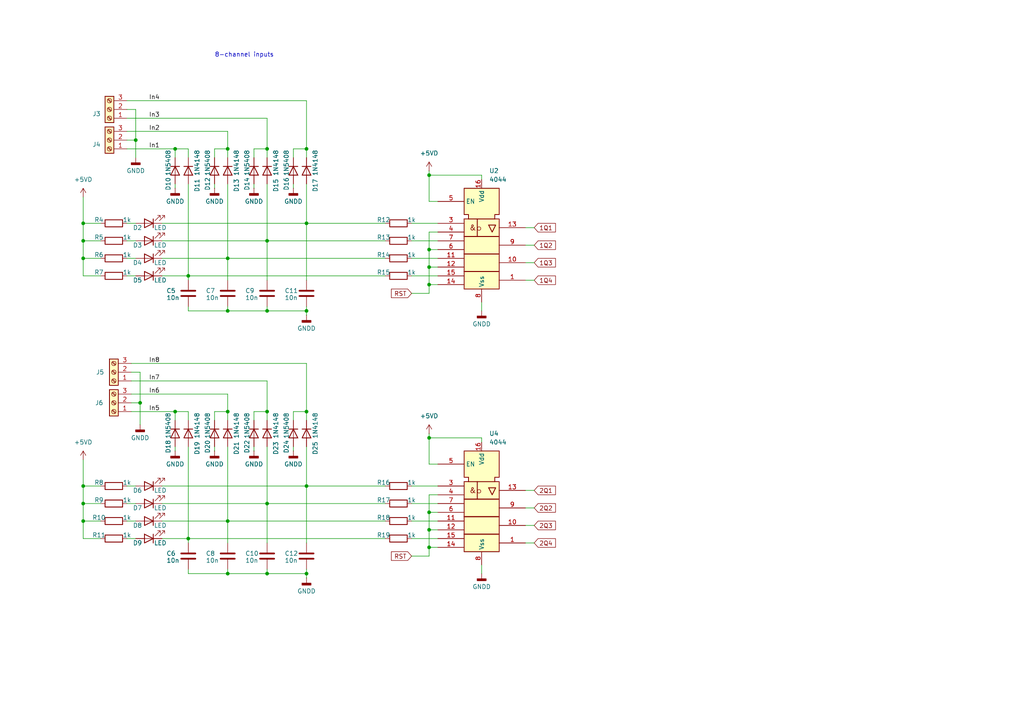
<source format=kicad_sch>
(kicad_sch (version 20231120) (generator "eeschema") (generator_version "8.0")
  (paper "A4")
  (lib_symbols
    (symbol "4xxx_IEEE:4044"
      (property "Reference" "U" (at 6.35 6.35 0))
      (property "Value" "4044" (at 7.62 -20.32 0))
      (symbol "4044_0_0"
        (rectangle (start -5.08 -13.97) (end 5.08 -19.05) (stroke (width 0.254)) (fill (type background)))
        (rectangle (start -5.08 -8.89) (end 5.08 -13.97) (stroke (width 0.254)) (fill (type background)))
        (rectangle (start -5.08 -3.81) (end 5.08 -8.89) (stroke (width 0.254)) (fill (type background)))
        (rectangle (start -5.08 1.27) (end 5.08 -3.81) (stroke (width 0.254)) (fill (type background)))
        (circle (center -0.762 -1.524) (radius 0.508))
        (polyline (pts (xy -1.27 1.27) (xy -1.27 -3.81) (xy -1.27 -3.81)) (stroke (width 0.254)) (fill (type background)))
        (polyline (pts (xy 2.032 -0.508) (xy 3.048 -2.54) (xy 4.064 -0.508) (xy 2.032 -0.508) (xy 2.032 -0.508)) (stroke (width 0.254)) (fill (type background)))
        (polyline (pts (xy -3.81 1.27) (xy -3.81 2.54) (xy -5.08 2.54) (xy -5.08 10.16) (xy 5.08 10.16) (xy 5.08 2.54) (xy 3.81 2.54) (xy 3.81 1.27) (xy 3.81 1.27)) (stroke (width 0.254)) (fill (type background)))
        (text "&" (at -2.54 -1.27 0) (effects (font (size 1.524 1.524))))
      )
      (symbol "4044_1_0"
        (pin output line (at 12.7 -16.51 180) (length 7.62) (name "~") (number "1"))
        (pin output line (at 12.7 -11.43 180) (length 7.62) (name "~") (number "10"))
        (pin input line (at -12.7 -10.16 0) (length 7.62) (name "~") (number "11"))
        (pin input line (at -12.7 -12.7 0) (length 7.62) (name "~") (number "12"))
        (pin output line (at 12.7 -1.27 180) (length 7.62) (name "~") (number "13"))
        (pin input line (at -12.7 -17.78 0) (length 7.62) (name "~") (number "14"))
        (pin input line (at -12.7 -15.24 0) (length 7.62) (name "~") (number "15"))
        (pin power_in line (at 0 12.7 270) (length 2.54) (name "Vdd") (number "16"))
        (pin input line (at -12.7 0 0) (length 7.62) (name "~") (number "3"))
        (pin input line (at -12.7 -2.54 0) (length 7.62) (name "~") (number "4"))
        (pin input line (at -12.7 6.35 0) (length 7.62) (name "EN") (number "5"))
        (pin input line (at -12.7 -7.62 0) (length 7.62) (name "~") (number "6"))
        (pin input line (at -12.7 -5.08 0) (length 7.62) (name "~") (number "7"))
        (pin power_in line (at 0 -22.86 90) (length 3.81) (name "Vss") (number "8"))
        (pin output line (at 12.7 -6.35 180) (length 7.62) (name "~") (number "9"))
      )
    )
    (symbol "Connector:Screw_Terminal_01x03" (pin_names (offset 1.016) hide)
      (property "Reference" "J" (at 0 5.08 0))
      (property "Value" "Screw_Terminal_01x03" (at 0 -5.08 0))
      (symbol "Screw_Terminal_01x03_1_1"
        (rectangle (start -1.27 3.81) (end 1.27 -3.81) (stroke (width 0.254)) (fill (type background)))
        (circle (center 0 -2.54) (radius 0.635) (stroke (width 0.1524)))
        (polyline (pts (xy -0.5334 -2.2098) (xy 0.3302 -3.048)) (stroke (width 0.1524)))
        (polyline (pts (xy -0.5334 0.3302) (xy 0.3302 -0.508)) (stroke (width 0.1524)))
        (polyline (pts (xy -0.5334 2.8702) (xy 0.3302 2.032)) (stroke (width 0.1524)))
        (polyline (pts (xy -0.3556 -2.032) (xy 0.508 -2.8702)) (stroke (width 0.1524)))
        (polyline (pts (xy -0.3556 0.508) (xy 0.508 -0.3302)) (stroke (width 0.1524)))
        (polyline (pts (xy -0.3556 3.048) (xy 0.508 2.2098)) (stroke (width 0.1524)))
        (circle (center 0 0) (radius 0.635) (stroke (width 0.1524)))
        (circle (center 0 2.54) (radius 0.635) (stroke (width 0.1524)))
        (pin passive line (at -5.08 2.54 0) (length 3.81) (name "Pin_1") (number "1"))
        (pin passive line (at -5.08 0 0) (length 3.81) (name "Pin_2") (number "2"))
        (pin passive line (at -5.08 -2.54 0) (length 3.81) (name "Pin_3") (number "3"))
      )
    )
    (symbol "Device:C" (pin_numbers hide) (pin_names (offset 0.254))
      (property "Reference" "C" (at 0.635 2.54 0))
      (property "Value" "C" (at 0.635 -2.54 0))
      (symbol "C_0_1"
        (polyline (pts (xy -2.032 -0.762) (xy 2.032 -0.762)) (stroke (width 0.508)))
        (polyline (pts (xy -2.032 0.762) (xy 2.032 0.762)) (stroke (width 0.508)))
      )
      (symbol "C_1_1"
        (pin passive line (at 0 3.81 270) (length 2.794) (name "~") (number "1"))
        (pin passive line (at 0 -3.81 90) (length 2.794) (name "~") (number "2"))
      )
    )
    (symbol "Device:D" (pin_numbers hide) (pin_names (offset 1.016) hide)
      (property "Reference" "D" (at 0 2.54 0))
      (property "Value" "D" (at 0 -2.54 0))
      (symbol "D_0_1"
        (polyline (pts (xy -1.27 1.27) (xy -1.27 -1.27)) (stroke (width 0.254)))
        (polyline (pts (xy 1.27 0) (xy -1.27 0)))
        (polyline (pts (xy 1.27 1.27) (xy 1.27 -1.27) (xy -1.27 0) (xy 1.27 1.27)) (stroke (width 0.254)))
      )
      (symbol "D_1_1"
        (pin passive line (at -3.81 0 0) (length 2.54) (name "K") (number "1"))
        (pin passive line (at 3.81 0 180) (length 2.54) (name "A") (number "2"))
      )
    )
    (symbol "Device:LED" (pin_numbers hide) (pin_names (offset 1.016) hide)
      (property "Reference" "D" (at 0 2.54 0))
      (property "Value" "LED" (at 0 -2.54 0))
      (symbol "LED_0_1"
        (polyline (pts (xy -1.27 -1.27) (xy -1.27 1.27)) (stroke (width 0.254)))
        (polyline (pts (xy -1.27 0) (xy 1.27 0)))
        (polyline (pts (xy 1.27 -1.27) (xy 1.27 1.27) (xy -1.27 0) (xy 1.27 -1.27)) (stroke (width 0.254)))
        (polyline (pts (xy -3.048 -0.762) (xy -4.572 -2.286) (xy -3.81 -2.286) (xy -4.572 -2.286) (xy -4.572 -1.524)))
        (polyline (pts (xy -1.778 -0.762) (xy -3.302 -2.286) (xy -2.54 -2.286) (xy -3.302 -2.286) (xy -3.302 -1.524)))
      )
      (symbol "LED_1_1"
        (pin passive line (at -3.81 0 0) (length 2.54) (name "K") (number "1"))
        (pin passive line (at 3.81 0 180) (length 2.54) (name "A") (number "2"))
      )
    )
    (symbol "Device:R" (pin_numbers hide) (pin_names (offset 0))
      (property "Reference" "R" (at 2.032 0 90))
      (property "Value" "R" (at 0 0 90))
      (symbol "R_0_1"
        (rectangle (start -1.016 -2.54) (end 1.016 2.54) (stroke (width 0.254)))
      )
      (symbol "R_1_1"
        (pin passive line (at 0 3.81 270) (length 1.27) (name "~") (number "1"))
        (pin passive line (at 0 -3.81 90) (length 1.27) (name "~") (number "2"))
      )
    )
    (symbol "power:+5VD" (power) (pin_numbers hide) (pin_names (offset 0) hide)
      (property "Value" "+5VD" (at 0 3.556 0))
      (symbol "+5VD_0_1"
        (polyline (pts (xy -0.762 1.27) (xy 0 2.54)))
        (polyline (pts (xy 0 0) (xy 0 2.54)))
        (polyline (pts (xy 0 2.54) (xy 0.762 1.27)))
      )
      (symbol "+5VD_1_1"
        (pin power_in line (at 0 0 90) (length 0) (name "~") (number "1"))
      )
    )
    (symbol "power:GNDD" (power) (pin_numbers hide) (pin_names (offset 0) hide)
      (property "Value" "GNDD" (at 0 -3.175 0))
      (symbol "GNDD_0_1"
        (rectangle (start -1.27 -1.524) (end 1.27 -2.032) (stroke (width 0.254)) (fill (type outline)))
        (polyline (pts (xy 0 0) (xy 0 -1.524)))
      )
      (symbol "GNDD_1_1"
        (pin power_in line (at 0 0 270) (length 0) (name "~") (number "1"))
      )
    )
  )
  (junction (at 124.46 127))
  (junction (at 54.61 80.01))
  (junction (at 24.13 74.93))
  (junction (at 66.04 74.93))
  (junction (at 88.9 64.77))
  (junction (at 124.46 82.55))
  (junction (at 124.46 158.75))
  (junction (at 88.9 166.37))
  (junction (at 66.04 151.13))
  (junction (at 124.46 77.47))
  (junction (at 50.8 119.38))
  (junction (at 24.13 140.97))
  (junction (at 124.46 50.8))
  (junction (at 50.8 43.18))
  (junction (at 40.64 116.84))
  (junction (at 24.13 69.85))
  (junction (at 66.04 90.17))
  (junction (at 66.04 119.38))
  (junction (at 77.47 69.85))
  (junction (at 77.47 43.18))
  (junction (at 77.47 146.05))
  (junction (at 124.46 148.59))
  (junction (at 66.04 43.18))
  (junction (at 77.47 119.38))
  (junction (at 24.13 146.05))
  (junction (at 54.61 156.21))
  (junction (at 24.13 64.77))
  (junction (at 124.46 72.39))
  (junction (at 77.47 90.17))
  (junction (at 88.9 140.97))
  (junction (at 88.9 90.17))
  (junction (at 66.04 166.37))
  (junction (at 88.9 43.18))
  (junction (at 77.47 166.37))
  (junction (at 124.46 153.67))
  (junction (at 39.37 40.64))
  (junction (at 24.13 151.13))
  (junction (at 88.9 119.38))
  (wire (pts (xy 36.83 69.85) (xy 39.37 69.85)))
  (wire (pts (xy 127 134.62) (xy 124.46 134.62)))
  (wire (pts (xy 124.46 82.55) (xy 127 82.55)))
  (wire (pts (xy 36.83 29.21) (xy 88.9 29.21)))
  (wire (pts (xy 54.61 129.54) (xy 54.61 156.21)))
  (wire (pts (xy 50.8 43.18) (xy 50.8 45.72)))
  (wire (pts (xy 77.47 146.05) (xy 111.76 146.05)))
  (wire (pts (xy 54.61 53.34) (xy 54.61 80.01)))
  (wire (pts (xy 62.23 43.18) (xy 66.04 43.18)))
  (wire (pts (xy 88.9 53.34) (xy 88.9 64.77)))
  (wire (pts (xy 36.83 40.64) (xy 39.37 40.64)))
  (wire (pts (xy 24.13 64.77) (xy 24.13 69.85)))
  (wire (pts (xy 124.46 158.75) (xy 127 158.75)))
  (wire (pts (xy 38.1 110.49) (xy 77.47 110.49)))
  (wire (pts (xy 124.46 153.67) (xy 127 153.67)))
  (wire (pts (xy 85.09 119.38) (xy 85.09 121.92)))
  (wire (pts (xy 124.46 153.67) (xy 124.46 148.59)))
  (wire (pts (xy 36.83 38.1) (xy 66.04 38.1)))
  (wire (pts (xy 124.46 161.29) (xy 124.46 158.75)))
  (wire (pts (xy 152.4 81.28) (xy 154.94 81.28)))
  (wire (pts (xy 124.46 143.51) (xy 127 143.51)))
  (wire (pts (xy 77.47 43.18) (xy 77.47 45.72)))
  (wire (pts (xy 66.04 166.37) (xy 77.47 166.37)))
  (wire (pts (xy 66.04 151.13) (xy 111.76 151.13)))
  (wire (pts (xy 38.1 114.3) (xy 66.04 114.3)))
  (wire (pts (xy 73.66 43.18) (xy 77.47 43.18)))
  (wire (pts (xy 24.13 146.05) (xy 24.13 151.13)))
  (wire (pts (xy 88.9 43.18) (xy 88.9 45.72)))
  (wire (pts (xy 46.99 80.01) (xy 54.61 80.01)))
  (wire (pts (xy 124.46 125.73) (xy 124.46 127)))
  (wire (pts (xy 88.9 129.54) (xy 88.9 140.97)))
  (wire (pts (xy 77.47 69.85) (xy 111.76 69.85)))
  (wire (pts (xy 88.9 165.1) (xy 88.9 166.37)))
  (wire (pts (xy 38.1 116.84) (xy 40.64 116.84)))
  (wire (pts (xy 77.47 53.34) (xy 77.47 69.85)))
  (wire (pts (xy 62.23 53.34) (xy 62.23 54.61)))
  (wire (pts (xy 54.61 119.38) (xy 54.61 121.92)))
  (wire (pts (xy 124.46 127) (xy 139.7 127)))
  (wire (pts (xy 77.47 146.05) (xy 77.47 157.48)))
  (wire (pts (xy 119.38 156.21) (xy 127 156.21)))
  (wire (pts (xy 36.83 31.75) (xy 39.37 31.75)))
  (wire (pts (xy 66.04 88.9) (xy 66.04 90.17)))
  (wire (pts (xy 124.46 67.31) (xy 127 67.31)))
  (wire (pts (xy 24.13 140.97) (xy 24.13 146.05)))
  (wire (pts (xy 66.04 53.34) (xy 66.04 74.93)))
  (wire (pts (xy 46.99 140.97) (xy 88.9 140.97)))
  (wire (pts (xy 88.9 105.41) (xy 88.9 119.38)))
  (wire (pts (xy 54.61 88.9) (xy 54.61 90.17)))
  (wire (pts (xy 66.04 74.93) (xy 66.04 81.28)))
  (wire (pts (xy 88.9 140.97) (xy 88.9 157.48)))
  (wire (pts (xy 152.4 66.04) (xy 154.94 66.04)))
  (wire (pts (xy 77.47 110.49) (xy 77.47 119.38)))
  (wire (pts (xy 124.46 50.8) (xy 139.7 50.8)))
  (wire (pts (xy 24.13 69.85) (xy 29.21 69.85)))
  (wire (pts (xy 124.46 72.39) (xy 124.46 67.31)))
  (wire (pts (xy 77.47 166.37) (xy 88.9 166.37)))
  (wire (pts (xy 73.66 119.38) (xy 73.66 121.92)))
  (wire (pts (xy 54.61 43.18) (xy 54.61 45.72)))
  (wire (pts (xy 73.66 53.34) (xy 73.66 54.61)))
  (wire (pts (xy 77.47 34.29) (xy 77.47 43.18)))
  (wire (pts (xy 124.46 158.75) (xy 124.46 153.67)))
  (wire (pts (xy 50.8 43.18) (xy 54.61 43.18)))
  (wire (pts (xy 88.9 90.17) (xy 88.9 91.44)))
  (wire (pts (xy 36.83 43.18) (xy 50.8 43.18)))
  (wire (pts (xy 124.46 148.59) (xy 127 148.59)))
  (wire (pts (xy 39.37 40.64) (xy 39.37 45.72)))
  (wire (pts (xy 139.7 87.63) (xy 139.7 90.17)))
  (wire (pts (xy 50.8 119.38) (xy 54.61 119.38)))
  (wire (pts (xy 62.23 129.54) (xy 62.23 130.81)))
  (wire (pts (xy 66.04 129.54) (xy 66.04 151.13)))
  (wire (pts (xy 88.9 64.77) (xy 88.9 81.28)))
  (wire (pts (xy 54.61 166.37) (xy 66.04 166.37)))
  (wire (pts (xy 36.83 151.13) (xy 39.37 151.13)))
  (wire (pts (xy 24.13 156.21) (xy 29.21 156.21)))
  (wire (pts (xy 124.46 72.39) (xy 127 72.39)))
  (wire (pts (xy 66.04 38.1) (xy 66.04 43.18)))
  (wire (pts (xy 152.4 147.32) (xy 154.94 147.32)))
  (wire (pts (xy 85.09 43.18) (xy 85.09 45.72)))
  (wire (pts (xy 88.9 64.77) (xy 111.76 64.77)))
  (wire (pts (xy 66.04 165.1) (xy 66.04 166.37)))
  (wire (pts (xy 39.37 31.75) (xy 39.37 40.64)))
  (wire (pts (xy 54.61 90.17) (xy 66.04 90.17)))
  (wire (pts (xy 24.13 74.93) (xy 29.21 74.93)))
  (wire (pts (xy 40.64 107.95) (xy 40.64 116.84)))
  (wire (pts (xy 24.13 57.15) (xy 24.13 64.77)))
  (wire (pts (xy 73.66 119.38) (xy 77.47 119.38)))
  (wire (pts (xy 119.38 85.09) (xy 124.46 85.09)))
  (wire (pts (xy 124.46 148.59) (xy 124.46 143.51)))
  (wire (pts (xy 36.83 74.93) (xy 39.37 74.93)))
  (wire (pts (xy 24.13 133.35) (xy 24.13 140.97)))
  (wire (pts (xy 46.99 156.21) (xy 54.61 156.21)))
  (wire (pts (xy 46.99 74.93) (xy 66.04 74.93)))
  (wire (pts (xy 36.83 146.05) (xy 39.37 146.05)))
  (wire (pts (xy 119.38 140.97) (xy 127 140.97)))
  (wire (pts (xy 119.38 161.29) (xy 124.46 161.29)))
  (wire (pts (xy 36.83 34.29) (xy 77.47 34.29)))
  (wire (pts (xy 124.46 77.47) (xy 124.46 72.39)))
  (wire (pts (xy 24.13 80.01) (xy 29.21 80.01)))
  (wire (pts (xy 124.46 85.09) (xy 124.46 82.55)))
  (wire (pts (xy 50.8 129.54) (xy 50.8 130.81)))
  (wire (pts (xy 50.8 53.34) (xy 50.8 54.61)))
  (wire (pts (xy 66.04 74.93) (xy 111.76 74.93)))
  (wire (pts (xy 119.38 74.93) (xy 127 74.93)))
  (wire (pts (xy 36.83 80.01) (xy 39.37 80.01)))
  (wire (pts (xy 46.99 151.13) (xy 66.04 151.13)))
  (wire (pts (xy 77.47 165.1) (xy 77.47 166.37)))
  (wire (pts (xy 88.9 166.37) (xy 88.9 167.64)))
  (wire (pts (xy 77.47 129.54) (xy 77.47 146.05)))
  (wire (pts (xy 62.23 43.18) (xy 62.23 45.72)))
  (wire (pts (xy 85.09 119.38) (xy 88.9 119.38)))
  (wire (pts (xy 54.61 80.01) (xy 111.76 80.01)))
  (wire (pts (xy 77.47 90.17) (xy 88.9 90.17)))
  (wire (pts (xy 73.66 129.54) (xy 73.66 130.81)))
  (wire (pts (xy 62.23 119.38) (xy 62.23 121.92)))
  (wire (pts (xy 50.8 119.38) (xy 50.8 121.92)))
  (wire (pts (xy 119.38 146.05) (xy 127 146.05)))
  (wire (pts (xy 24.13 151.13) (xy 24.13 156.21)))
  (wire (pts (xy 152.4 157.48) (xy 154.94 157.48)))
  (wire (pts (xy 36.83 156.21) (xy 39.37 156.21)))
  (wire (pts (xy 88.9 140.97) (xy 111.76 140.97)))
  (wire (pts (xy 54.61 80.01) (xy 54.61 81.28)))
  (wire (pts (xy 24.13 146.05) (xy 29.21 146.05)))
  (wire (pts (xy 54.61 156.21) (xy 54.61 157.48)))
  (wire (pts (xy 38.1 107.95) (xy 40.64 107.95)))
  (wire (pts (xy 24.13 69.85) (xy 24.13 74.93)))
  (wire (pts (xy 66.04 151.13) (xy 66.04 157.48)))
  (wire (pts (xy 85.09 43.18) (xy 88.9 43.18)))
  (wire (pts (xy 152.4 142.24) (xy 154.94 142.24)))
  (wire (pts (xy 38.1 105.41) (xy 88.9 105.41)))
  (wire (pts (xy 62.23 119.38) (xy 66.04 119.38)))
  (wire (pts (xy 66.04 119.38) (xy 66.04 121.92)))
  (wire (pts (xy 127 58.42) (xy 124.46 58.42)))
  (wire (pts (xy 54.61 165.1) (xy 54.61 166.37)))
  (wire (pts (xy 152.4 71.12) (xy 154.94 71.12)))
  (wire (pts (xy 85.09 53.34) (xy 85.09 54.61)))
  (wire (pts (xy 85.09 129.54) (xy 85.09 130.81)))
  (wire (pts (xy 124.46 127) (xy 124.46 134.62)))
  (wire (pts (xy 24.13 151.13) (xy 29.21 151.13)))
  (wire (pts (xy 77.47 69.85) (xy 77.47 81.28)))
  (wire (pts (xy 119.38 64.77) (xy 127 64.77)))
  (wire (pts (xy 88.9 88.9) (xy 88.9 90.17)))
  (wire (pts (xy 40.64 116.84) (xy 40.64 123.19)))
  (wire (pts (xy 46.99 64.77) (xy 88.9 64.77)))
  (wire (pts (xy 24.13 74.93) (xy 24.13 80.01)))
  (wire (pts (xy 88.9 119.38) (xy 88.9 121.92)))
  (wire (pts (xy 77.47 119.38) (xy 77.47 121.92)))
  (wire (pts (xy 66.04 114.3) (xy 66.04 119.38)))
  (wire (pts (xy 119.38 80.01) (xy 127 80.01)))
  (wire (pts (xy 139.7 127) (xy 139.7 128.27)))
  (wire (pts (xy 139.7 50.8) (xy 139.7 52.07)))
  (wire (pts (xy 38.1 119.38) (xy 50.8 119.38)))
  (wire (pts (xy 124.46 82.55) (xy 124.46 77.47)))
  (wire (pts (xy 119.38 151.13) (xy 127 151.13)))
  (wire (pts (xy 152.4 152.4) (xy 154.94 152.4)))
  (wire (pts (xy 46.99 69.85) (xy 77.47 69.85)))
  (wire (pts (xy 139.7 163.83) (xy 139.7 166.37)))
  (wire (pts (xy 46.99 146.05) (xy 77.47 146.05)))
  (wire (pts (xy 88.9 29.21) (xy 88.9 43.18)))
  (wire (pts (xy 66.04 90.17) (xy 77.47 90.17)))
  (wire (pts (xy 124.46 49.53) (xy 124.46 50.8)))
  (wire (pts (xy 24.13 64.77) (xy 29.21 64.77)))
  (wire (pts (xy 73.66 43.18) (xy 73.66 45.72)))
  (wire (pts (xy 54.61 156.21) (xy 111.76 156.21)))
  (wire (pts (xy 152.4 76.2) (xy 154.94 76.2)))
  (wire (pts (xy 124.46 50.8) (xy 124.46 58.42)))
  (wire (pts (xy 119.38 69.85) (xy 127 69.85)))
  (wire (pts (xy 36.83 140.97) (xy 39.37 140.97)))
  (wire (pts (xy 36.83 64.77) (xy 39.37 64.77)))
  (wire (pts (xy 66.04 43.18) (xy 66.04 45.72)))
  (wire (pts (xy 24.13 140.97) (xy 29.21 140.97)))
  (wire (pts (xy 124.46 77.47) (xy 127 77.47)))
  (wire (pts (xy 77.47 88.9) (xy 77.47 90.17)))
  (text "8-channel inputs" (at 70.866 16.002 0) (effects (font (size 1.27 1.27))))
  (label "In1" (at 43.18 43.18 0))
  (label "In5" (at 43.18 119.38 0))
  (label "In3" (at 43.18 34.29 0))
  (label "In7" (at 43.18 110.49 0))
  (label "In8" (at 43.18 105.41 0))
  (label "In4" (at 43.18 29.21 0))
  (label "In6" (at 43.18 114.3 0))
  (label "In2" (at 43.18 38.1 0))
  (global_label "1Q4" (shape input) (at 154.94 81.28 0) (property "Intersheetrefs" "${INTERSHEET_REFS}" (effects (hide yes))))
  (global_label "RST" (shape input) (at 119.38 85.09 180) (property "Intersheetrefs" "${INTERSHEET_REFS}" (effects (hide yes))))
  (global_label "2Q2" (shape input) (at 154.94 147.32 0) (property "Intersheetrefs" "${INTERSHEET_REFS}" (effects (hide yes))))
  (global_label "2Q3" (shape input) (at 154.94 152.4 0) (property "Intersheetrefs" "${INTERSHEET_REFS}" (effects (hide yes))))
  (global_label "1Q2" (shape input) (at 154.94 71.12 0) (property "Intersheetrefs" "${INTERSHEET_REFS}" (effects (hide yes))))
  (global_label "2Q4" (shape input) (at 154.94 157.48 0) (property "Intersheetrefs" "${INTERSHEET_REFS}" (effects (hide yes))))
  (global_label "RST" (shape input) (at 119.38 161.29 180) (property "Intersheetrefs" "${INTERSHEET_REFS}" (effects (hide yes))))
  (global_label "1Q3" (shape input) (at 154.94 76.2 0) (property "Intersheetrefs" "${INTERSHEET_REFS}" (effects (hide yes))))
  (global_label "2Q1" (shape input) (at 154.94 142.24 0) (property "Intersheetrefs" "${INTERSHEET_REFS}" (effects (hide yes))))
  (global_label "1Q1" (shape input) (at 154.94 66.04 0) (property "Intersheetrefs" "${INTERSHEET_REFS}" (effects (hide yes))))
  (symbol (lib_id "power:GNDD") (at 85.09 130.81 0) (mirror y) (unit 1)
    (property "Reference" "#PWR045" (effects (hide yes)))
    (property "Value" "GNDD" (at 85.09 134.62 0))
    (property "Description" "Power symbol creates a global label with name \"GNDD\" , digital ground" (effects (hide yes)))
  )
  (symbol (lib_id "Device:R") (at 115.57 146.05 270) (unit 1)
    (property "Reference" "R17" (at 111.252 145.034 90))
    (property "Value" "1k" (at 119.38 145.034 90))
    (property "Footprint" "Resistor_SMD:R_0805_2012Metric" (effects (hide yes)))
  )
  (symbol (lib_id "Device:LED") (at 43.18 74.93 180) (unit 1)
    (property "Reference" "D4" (at 39.878 76.2 0))
    (property "Value" "LED" (at 46.482 76.2 0))
    (property "Footprint" "LED_SMD:LED_0603_1608Metric" (effects (hide yes)))
    (property "Description" "Light emitting diode" (effects (hide yes)))
  )
  (symbol (lib_id "Device:LED") (at 43.18 140.97 180) (unit 1)
    (property "Reference" "D6" (at 39.878 142.24 0))
    (property "Value" "LED" (at 46.482 142.24 0))
    (property "Footprint" "LED_SMD:LED_0603_1608Metric" (effects (hide yes)))
    (property "Description" "Light emitting diode" (effects (hide yes)))
  )
  (symbol (lib_id "Device:D") (at 50.8 125.73 270) (unit 1)
    (property "Reference" "D18" (at 48.768 129.54 0))
    (property "Value" "1N5408" (at 48.768 123.444 0))
    (property "Description" "Diode" (effects (hide yes)))
    (property "Sim.Device" "D" (effects (hide yes)))
    (property "Sim.Pins" "1=K 2=A" (effects (hide yes)))
  )
  (symbol (lib_id "Device:D") (at 66.04 49.53 270) (unit 1)
    (property "Reference" "D13" (at 68.58 51.816 0) (effects (justify left)))
    (property "Value" "1N4148" (at 68.58 43.434 0) (effects (justify left)))
    (property "Description" "Diode" (effects (hide yes)))
    (property "Sim.Device" "D" (effects (hide yes)))
    (property "Sim.Pins" "1=K 2=A" (effects (hide yes)))
  )
  (symbol (lib_id "Device:LED") (at 43.18 80.01 180) (unit 1)
    (property "Reference" "D5" (at 39.878 81.28 0))
    (property "Value" "LED" (at 46.482 81.28 0))
    (property "Footprint" "LED_SMD:LED_0603_1608Metric" (effects (hide yes)))
    (property "Description" "Light emitting diode" (effects (hide yes)))
  )
  (symbol (lib_id "Device:D") (at 73.66 49.53 270) (unit 1)
    (property "Reference" "D14" (at 71.628 53.34 0))
    (property "Value" "1N5408" (at 71.628 47.244 0))
    (property "Description" "Diode" (effects (hide yes)))
    (property "Sim.Device" "D" (effects (hide yes)))
    (property "Sim.Pins" "1=K 2=A" (effects (hide yes)))
  )
  (symbol (lib_id "power:+5VD") (at 124.46 125.73 0) (unit 1)
    (property "Reference" "#PWR019" (effects (hide yes)))
    (property "Value" "+5VD" (at 124.46 120.65 0))
    (property "Description" "Power symbol creates a global label with name \"+5VD\"" (effects (hide yes)))
  )
  (symbol (lib_id "power:GNDD") (at 40.64 123.19 0) (mirror y) (unit 1)
    (property "Reference" "#PWR014" (effects (hide yes)))
    (property "Value" "GNDD" (at 40.64 127 0))
    (property "Description" "Power symbol creates a global label with name \"GNDD\" , digital ground" (effects (hide yes)))
  )
  (symbol (lib_id "Device:C") (at 88.9 161.29 0) (unit 1)
    (property "Reference" "C12" (at 82.55 160.528 0) (effects (justify left)))
    (property "Value" "10n" (at 82.55 162.56 0) (effects (justify left)))
    (property "Footprint" "Capacitor_SMD:C_0805_2012Metric" (effects (hide yes)))
  )
  (symbol (lib_id "power:GNDD") (at 139.7 166.37 0) (unit 1)
    (property "Reference" "#PWR034" (effects (hide yes)))
    (property "Value" "GNDD" (at 139.7 170.18 0))
    (property "Description" "Power symbol creates a global label with name \"GNDD\" , digital ground" (effects (hide yes)))
  )
  (symbol (lib_id "power:+5VD") (at 124.46 49.53 0) (unit 1)
    (property "Reference" "#PWR018" (effects (hide yes)))
    (property "Value" "+5VD" (at 124.46 44.45 0))
    (property "Description" "Power symbol creates a global label with name \"+5VD\"" (effects (hide yes)))
  )
  (symbol (lib_id "Device:D") (at 85.09 49.53 270) (unit 1)
    (property "Reference" "D16" (at 83.058 53.34 0))
    (property "Value" "1N5408" (at 83.058 47.244 0))
    (property "Description" "Diode" (effects (hide yes)))
    (property "Sim.Device" "D" (effects (hide yes)))
    (property "Sim.Pins" "1=K 2=A" (effects (hide yes)))
  )
  (symbol (lib_id "Device:D") (at 54.61 49.53 270) (unit 1)
    (property "Reference" "D11" (at 57.15 51.816 0) (effects (justify left)))
    (property "Value" "1N4148" (at 57.15 43.434 0) (effects (justify left)))
    (property "Description" "Diode" (effects (hide yes)))
    (property "Sim.Device" "D" (effects (hide yes)))
    (property "Sim.Pins" "1=K 2=A" (effects (hide yes)))
  )
  (symbol (lib_id "Device:R") (at 115.57 156.21 270) (unit 1)
    (property "Reference" "R19" (at 111.252 155.194 90))
    (property "Value" "1k" (at 119.38 155.194 90))
    (property "Footprint" "Resistor_SMD:R_0805_2012Metric" (effects (hide yes)))
  )
  (symbol (lib_id "4xxx_IEEE:4044") (at 139.7 64.77 0) (unit 1) (exclude_from_sim yes)
    (property "Reference" "U2" (at 141.8941 49.53 0) (effects (justify left)))
    (property "Value" "4044" (at 141.8941 52.07 0) (effects (justify left)))
    (property "Footprint" "Package_SO:SOIC-16W_7.5x10.3mm_P1.27mm" (effects (hide yes)))
  )
  (symbol (lib_id "Device:D") (at 54.61 125.73 270) (unit 1)
    (property "Reference" "D19" (at 57.15 128.016 0) (effects (justify left)))
    (property "Value" "1N4148" (at 57.15 119.634 0) (effects (justify left)))
    (property "Description" "Diode" (effects (hide yes)))
    (property "Sim.Device" "D" (effects (hide yes)))
    (property "Sim.Pins" "1=K 2=A" (effects (hide yes)))
  )
  (symbol (lib_id "power:GNDD") (at 85.09 54.61 0) (mirror y) (unit 1)
    (property "Reference" "#PWR040" (effects (hide yes)))
    (property "Value" "GNDD" (at 85.09 58.42 0))
    (property "Description" "Power symbol creates a global label with name \"GNDD\" , digital ground" (effects (hide yes)))
  )
  (symbol (lib_id "Device:D") (at 88.9 49.53 270) (unit 1)
    (property "Reference" "D17" (at 91.44 51.816 0) (effects (justify left)))
    (property "Value" "1N4148" (at 91.44 43.434 0) (effects (justify left)))
    (property "Description" "Diode" (effects (hide yes)))
    (property "Sim.Device" "D" (effects (hide yes)))
    (property "Sim.Pins" "1=K 2=A" (effects (hide yes)))
  )
  (symbol (lib_id "power:GNDD") (at 62.23 54.61 0) (mirror y) (unit 1)
    (property "Reference" "#PWR038" (effects (hide yes)))
    (property "Value" "GNDD" (at 62.23 58.42 0))
    (property "Description" "Power symbol creates a global label with name \"GNDD\" , digital ground" (effects (hide yes)))
  )
  (symbol (lib_id "Connector:Screw_Terminal_01x03") (at 33.02 107.95 180) (unit 1)
    (property "Reference" "J5" (at 30.226 107.95 0) (effects (justify left)))
    (property "Value" "Screw_Terminal_01x03" (effects (hide yes)))
    (property "Footprint" "TerminalBlock:TerminalBlock_Xinya_XY308-2.54-3P_1x03_P2.54mm_Horizontal" (effects (hide yes)))
    (property "Description" "Generic screw terminal, single row, 01x03, script generated (kicad-library-utils/schlib/autogen/connector/)" (effects (hide yes)))
  )
  (symbol (lib_id "Device:R") (at 33.02 140.97 270) (unit 1)
    (property "Reference" "R8" (at 28.702 139.954 90))
    (property "Value" "1k" (at 36.83 139.954 90))
    (property "Footprint" "Resistor_SMD:R_0805_2012Metric" (effects (hide yes)))
  )
  (symbol (lib_id "Device:R") (at 115.57 140.97 270) (unit 1)
    (property "Reference" "R16" (at 111.252 139.954 90))
    (property "Value" "1k" (at 119.38 139.954 90))
    (property "Footprint" "Resistor_SMD:R_0805_2012Metric" (effects (hide yes)))
  )
  (symbol (lib_id "Device:D") (at 62.23 125.73 270) (unit 1)
    (property "Reference" "D20" (at 60.198 129.54 0))
    (property "Value" "1N5408" (at 60.198 123.444 0))
    (property "Description" "Diode" (effects (hide yes)))
    (property "Sim.Device" "D" (effects (hide yes)))
    (property "Sim.Pins" "1=K 2=A" (effects (hide yes)))
  )
  (symbol (lib_id "Device:C") (at 54.61 161.29 0) (unit 1)
    (property "Reference" "C6" (at 48.26 160.528 0) (effects (justify left)))
    (property "Value" "10n" (at 48.26 162.56 0) (effects (justify left)))
    (property "Footprint" "Capacitor_SMD:C_0805_2012Metric" (effects (hide yes)))
  )
  (symbol (lib_id "Device:D") (at 77.47 125.73 270) (unit 1)
    (property "Reference" "D23" (at 80.01 128.016 0) (effects (justify left)))
    (property "Value" "1N4148" (at 80.01 119.634 0) (effects (justify left)))
    (property "Description" "Diode" (effects (hide yes)))
    (property "Sim.Device" "D" (effects (hide yes)))
    (property "Sim.Pins" "1=K 2=A" (effects (hide yes)))
  )
  (symbol (lib_id "Device:R") (at 33.02 74.93 270) (unit 1)
    (property "Reference" "R6" (at 28.702 73.914 90))
    (property "Value" "1k" (at 36.83 73.914 90))
    (property "Footprint" "Resistor_SMD:R_0805_2012Metric" (effects (hide yes)))
  )
  (symbol (lib_id "Device:D") (at 62.23 49.53 270) (unit 1)
    (property "Reference" "D12" (at 60.198 53.34 0))
    (property "Value" "1N5408" (at 60.198 47.244 0))
    (property "Description" "Diode" (effects (hide yes)))
    (property "Sim.Device" "D" (effects (hide yes)))
    (property "Sim.Pins" "1=K 2=A" (effects (hide yes)))
  )
  (symbol (lib_id "Device:R") (at 115.57 69.85 270) (unit 1)
    (property "Reference" "R13" (at 111.252 68.834 90))
    (property "Value" "1k" (at 119.38 68.834 90))
    (property "Footprint" "Resistor_SMD:R_0805_2012Metric" (effects (hide yes)))
  )
  (symbol (lib_id "power:GNDD") (at 62.23 130.81 0) (mirror y) (unit 1)
    (property "Reference" "#PWR043" (effects (hide yes)))
    (property "Value" "GNDD" (at 62.23 134.62 0))
    (property "Description" "Power symbol creates a global label with name \"GNDD\" , digital ground" (effects (hide yes)))
  )
  (symbol (lib_id "Device:R") (at 33.02 64.77 270) (unit 1)
    (property "Reference" "R4" (at 28.702 63.754 90))
    (property "Value" "1k" (at 36.83 63.754 90))
    (property "Footprint" "Resistor_SMD:R_0805_2012Metric" (effects (hide yes)))
  )
  (symbol (lib_id "Device:R") (at 115.57 80.01 270) (unit 1)
    (property "Reference" "R15" (at 111.252 78.994 90))
    (property "Value" "1k" (at 119.38 78.994 90))
    (property "Footprint" "Resistor_SMD:R_0805_2012Metric" (effects (hide yes)))
  )
  (symbol (lib_id "Device:C") (at 88.9 85.09 0) (unit 1)
    (property "Reference" "C11" (at 82.55 84.328 0) (effects (justify left)))
    (property "Value" "10n" (at 82.55 86.36 0) (effects (justify left)))
    (property "Footprint" "Capacitor_SMD:C_0805_2012Metric" (effects (hide yes)))
  )
  (symbol (lib_id "power:GNDD") (at 88.9 167.64 0) (unit 1)
    (property "Reference" "#PWR016" (effects (hide yes)))
    (property "Value" "GNDD" (at 88.9 171.45 0))
    (property "Description" "Power symbol creates a global label with name \"GNDD\" , digital ground" (effects (hide yes)))
  )
  (symbol (lib_id "Device:D") (at 66.04 125.73 270) (unit 1)
    (property "Reference" "D21" (at 68.58 128.016 0) (effects (justify left)))
    (property "Value" "1N4148" (at 68.58 119.634 0) (effects (justify left)))
    (property "Description" "Diode" (effects (hide yes)))
    (property "Sim.Device" "D" (effects (hide yes)))
    (property "Sim.Pins" "1=K 2=A" (effects (hide yes)))
  )
  (symbol (lib_id "Connector:Screw_Terminal_01x03") (at 31.75 40.64 180) (unit 1)
    (property "Reference" "J4" (at 29.21 41.9101 0) (effects (justify left)))
    (property "Value" "Screw_Terminal_01x03" (effects (hide yes)))
    (property "Footprint" "TerminalBlock:TerminalBlock_Xinya_XY308-2.54-3P_1x03_P2.54mm_Horizontal" (effects (hide yes)))
    (property "Description" "Generic screw terminal, single row, 01x03, script generated (kicad-library-utils/schlib/autogen/connector/)" (effects (hide yes)))
  )
  (symbol (lib_id "power:GNDD") (at 39.37 45.72 0) (mirror y) (unit 1)
    (property "Reference" "#PWR013" (effects (hide yes)))
    (property "Value" "GNDD" (at 39.37 49.53 0))
    (property "Description" "Power symbol creates a global label with name \"GNDD\" , digital ground" (effects (hide yes)))
  )
  (symbol (lib_id "power:GNDD") (at 73.66 54.61 0) (mirror y) (unit 1)
    (property "Reference" "#PWR039" (effects (hide yes)))
    (property "Value" "GNDD" (at 73.66 58.42 0))
    (property "Description" "Power symbol creates a global label with name \"GNDD\" , digital ground" (effects (hide yes)))
  )
  (symbol (lib_id "Device:R") (at 115.57 74.93 270) (unit 1)
    (property "Reference" "R14" (at 111.252 73.914 90))
    (property "Value" "1k" (at 119.38 73.914 90))
    (property "Footprint" "Resistor_SMD:R_0805_2012Metric" (effects (hide yes)))
  )
  (symbol (lib_id "Device:D") (at 77.47 49.53 270) (unit 1)
    (property "Reference" "D15" (at 80.01 51.816 0) (effects (justify left)))
    (property "Value" "1N4148" (at 80.01 43.434 0) (effects (justify left)))
    (property "Description" "Diode" (effects (hide yes)))
    (property "Sim.Device" "D" (effects (hide yes)))
    (property "Sim.Pins" "1=K 2=A" (effects (hide yes)))
  )
  (symbol (lib_id "Connector:Screw_Terminal_01x03") (at 31.75 31.75 180) (unit 1)
    (property "Reference" "J3" (at 29.21 33.0201 0) (effects (justify left)))
    (property "Value" "Screw_Terminal_01x03" (effects (hide yes)))
    (property "Footprint" "TerminalBlock:TerminalBlock_Xinya_XY308-2.54-3P_1x03_P2.54mm_Horizontal" (effects (hide yes)))
    (property "Description" "Generic screw terminal, single row, 01x03, script generated (kicad-library-utils/schlib/autogen/connector/)" (effects (hide yes)))
  )
  (symbol (lib_id "Device:C") (at 66.04 161.29 0) (unit 1)
    (property "Reference" "C8" (at 59.69 160.528 0) (effects (justify left)))
    (property "Value" "10n" (at 59.69 162.56 0) (effects (justify left)))
    (property "Footprint" "Capacitor_SMD:C_0805_2012Metric" (effects (hide yes)))
  )
  (symbol (lib_id "Device:R") (at 115.57 151.13 270) (unit 1)
    (property "Reference" "R18" (at 111.252 150.114 90))
    (property "Value" "1k" (at 119.38 150.114 90))
    (property "Footprint" "Resistor_SMD:R_0805_2012Metric" (effects (hide yes)))
  )
  (symbol (lib_id "Device:R") (at 33.02 151.13 270) (unit 1)
    (property "Reference" "R10" (at 28.702 150.114 90))
    (property "Value" "1k" (at 36.83 150.114 90))
    (property "Footprint" "Resistor_SMD:R_0805_2012Metric" (effects (hide yes)))
  )
  (symbol (lib_id "Device:C") (at 77.47 161.29 0) (unit 1)
    (property "Reference" "C10" (at 71.12 160.528 0) (effects (justify left)))
    (property "Value" "10n" (at 71.12 162.56 0) (effects (justify left)))
    (property "Footprint" "Capacitor_SMD:C_0805_2012Metric" (effects (hide yes)))
  )
  (symbol (lib_id "4xxx_IEEE:4044") (at 139.7 140.97 0) (unit 1) (exclude_from_sim yes)
    (property "Reference" "U4" (at 141.8941 125.73 0) (effects (justify left)))
    (property "Value" "4044" (at 141.8941 128.27 0) (effects (justify left)))
    (property "Footprint" "Package_SO:SOIC-16W_7.5x10.3mm_P1.27mm" (effects (hide yes)))
  )
  (symbol (lib_id "Device:R") (at 33.02 80.01 270) (unit 1)
    (property "Reference" "R7" (at 28.702 78.994 90))
    (property "Value" "1k" (at 36.83 78.994 90))
    (property "Footprint" "Resistor_SMD:R_0805_2012Metric" (effects (hide yes)))
  )
  (symbol (lib_id "Device:R") (at 33.02 69.85 270) (unit 1)
    (property "Reference" "R5" (at 28.702 68.834 90))
    (property "Value" "1k" (at 36.83 68.834 90))
    (property "Footprint" "Resistor_SMD:R_0805_2012Metric" (effects (hide yes)))
  )
  (symbol (lib_id "Connector:Screw_Terminal_01x03") (at 33.02 116.84 180) (unit 1)
    (property "Reference" "J6" (at 29.972 116.84 0) (effects (justify left)))
    (property "Value" "Screw_Terminal_01x03" (effects (hide yes)))
    (property "Footprint" "TerminalBlock:TerminalBlock_Xinya_XY308-2.54-3P_1x03_P2.54mm_Horizontal" (effects (hide yes)))
    (property "Description" "Generic screw terminal, single row, 01x03, script generated (kicad-library-utils/schlib/autogen/connector/)" (effects (hide yes)))
  )
  (symbol (lib_id "Device:R") (at 33.02 146.05 270) (unit 1)
    (property "Reference" "R9" (at 28.702 145.034 90))
    (property "Value" "1k" (at 36.83 145.034 90))
    (property "Footprint" "Resistor_SMD:R_0805_2012Metric" (effects (hide yes)))
  )
  (symbol (lib_id "Device:LED") (at 43.18 156.21 180) (unit 1)
    (property "Reference" "D9" (at 39.878 157.48 0))
    (property "Value" "LED" (at 46.482 157.48 0))
    (property "Footprint" "LED_SMD:LED_0603_1608Metric" (effects (hide yes)))
    (property "Description" "Light emitting diode" (effects (hide yes)))
  )
  (symbol (lib_id "power:+5VD") (at 24.13 133.35 0) (unit 1)
    (property "Reference" "#PWR012" (effects (hide yes)))
    (property "Value" "+5VD" (at 24.13 128.27 0))
    (property "Description" "Power symbol creates a global label with name \"+5VD\"" (effects (hide yes)))
  )
  (symbol (lib_id "power:GNDD") (at 50.8 54.61 0) (mirror y) (unit 1)
    (property "Reference" "#PWR037" (effects (hide yes)))
    (property "Value" "GNDD" (at 50.8 58.42 0))
    (property "Description" "Power symbol creates a global label with name \"GNDD\" , digital ground" (effects (hide yes)))
  )
  (symbol (lib_id "power:GNDD") (at 73.66 130.81 0) (mirror y) (unit 1)
    (property "Reference" "#PWR044" (effects (hide yes)))
    (property "Value" "GNDD" (at 73.66 134.62 0))
    (property "Description" "Power symbol creates a global label with name \"GNDD\" , digital ground" (effects (hide yes)))
  )
  (symbol (lib_id "power:GNDD") (at 50.8 130.81 0) (mirror y) (unit 1)
    (property "Reference" "#PWR042" (effects (hide yes)))
    (property "Value" "GNDD" (at 50.8 134.62 0))
    (property "Description" "Power symbol creates a global label with name \"GNDD\" , digital ground" (effects (hide yes)))
  )
  (symbol (lib_id "Device:C") (at 66.04 85.09 0) (unit 1)
    (property "Reference" "C7" (at 59.69 84.328 0) (effects (justify left)))
    (property "Value" "10n" (at 59.69 86.36 0) (effects (justify left)))
    (property "Footprint" "Capacitor_SMD:C_0805_2012Metric" (effects (hide yes)))
  )
  (symbol (lib_id "Device:LED") (at 43.18 69.85 180) (unit 1)
    (property "Reference" "D3" (at 39.878 71.12 0))
    (property "Value" "LED" (at 46.482 71.12 0))
    (property "Footprint" "LED_SMD:LED_0603_1608Metric" (effects (hide yes)))
    (property "Description" "Light emitting diode" (effects (hide yes)))
  )
  (symbol (lib_id "power:+5VD") (at 24.13 57.15 0) (unit 1)
    (property "Reference" "#PWR011" (effects (hide yes)))
    (property "Value" "+5VD" (at 24.13 52.07 0))
    (property "Description" "Power symbol creates a global label with name \"+5VD\"" (effects (hide yes)))
  )
  (symbol (lib_id "Device:R") (at 115.57 64.77 270) (unit 1)
    (property "Reference" "R12" (at 111.252 63.754 90))
    (property "Value" "1k" (at 119.38 63.754 90))
    (property "Footprint" "Resistor_SMD:R_0805_2012Metric" (effects (hide yes)))
  )
  (symbol (lib_id "power:GNDD") (at 139.7 90.17 0) (unit 1)
    (property "Reference" "#PWR033" (effects (hide yes)))
    (property "Value" "GNDD" (at 139.7 93.98 0))
    (property "Description" "Power symbol creates a global label with name \"GNDD\" , digital ground" (effects (hide yes)))
  )
  (symbol (lib_id "Device:C") (at 54.61 85.09 0) (unit 1)
    (property "Reference" "C5" (at 48.26 84.328 0) (effects (justify left)))
    (property "Value" "10n" (at 48.26 86.36 0) (effects (justify left)))
    (property "Footprint" "Capacitor_SMD:C_0805_2012Metric" (effects (hide yes)))
  )
  (symbol (lib_id "Device:LED") (at 43.18 151.13 180) (unit 1)
    (property "Reference" "D8" (at 39.878 152.4 0))
    (property "Value" "LED" (at 46.482 152.4 0))
    (property "Footprint" "LED_SMD:LED_0603_1608Metric" (effects (hide yes)))
    (property "Description" "Light emitting diode" (effects (hide yes)))
  )
  (symbol (lib_id "Device:LED") (at 43.18 146.05 180) (unit 1)
    (property "Reference" "D7" (at 39.878 147.32 0))
    (property "Value" "LED" (at 46.482 147.32 0))
    (property "Footprint" "LED_SMD:LED_0603_1608Metric" (effects (hide yes)))
    (property "Description" "Light emitting diode" (effects (hide yes)))
  )
  (symbol (lib_id "Device:D") (at 73.66 125.73 270) (unit 1)
    (property "Reference" "D22" (at 71.628 129.54 0))
    (property "Value" "1N5408" (at 71.628 123.444 0))
    (property "Description" "Diode" (effects (hide yes)))
    (property "Sim.Device" "D" (effects (hide yes)))
    (property "Sim.Pins" "1=K 2=A" (effects (hide yes)))
  )
  (symbol (lib_id "Device:D") (at 50.8 49.53 270) (unit 1)
    (property "Reference" "D10" (at 48.768 53.34 0))
    (property "Value" "1N5408" (at 48.768 47.244 0))
    (property "Description" "Diode" (effects (hide yes)))
    (property "Sim.Device" "D" (effects (hide yes)))
    (property "Sim.Pins" "1=K 2=A" (effects (hide yes)))
  )
  (symbol (lib_id "Device:LED") (at 43.18 64.77 180) (unit 1)
    (property "Reference" "D2" (at 39.878 66.04 0))
    (property "Value" "LED" (at 46.482 66.04 0))
    (property "Footprint" "LED_SMD:LED_0603_1608Metric" (effects (hide yes)))
    (property "Description" "Light emitting diode" (effects (hide yes)))
  )
  (symbol (lib_id "Device:D") (at 85.09 125.73 270) (unit 1)
    (property "Reference" "D24" (at 83.058 129.54 0))
    (property "Value" "1N5408" (at 83.058 123.444 0))
    (property "Description" "Diode" (effects (hide yes)))
    (property "Sim.Device" "D" (effects (hide yes)))
    (property "Sim.Pins" "1=K 2=A" (effects (hide yes)))
  )
  (symbol (lib_id "Device:D") (at 88.9 125.73 270) (unit 1)
    (property "Reference" "D25" (at 91.44 128.016 0) (effects (justify left)))
    (property "Value" "1N4148" (at 91.44 119.634 0) (effects (justify left)))
    (property "Description" "Diode" (effects (hide yes)))
    (property "Sim.Device" "D" (effects (hide yes)))
    (property "Sim.Pins" "1=K 2=A" (effects (hide yes)))
  )
  (symbol (lib_id "Device:R") (at 33.02 156.21 270) (unit 1)
    (property "Reference" "R11" (at 28.702 155.194 90))
    (property "Value" "1k" (at 36.83 155.194 90))
    (property "Footprint" "Resistor_SMD:R_0805_2012Metric" (effects (hide yes)))
  )
  (symbol (lib_id "power:GNDD") (at 88.9 91.44 0) (unit 1)
    (property "Reference" "#PWR015" (effects (hide yes)))
    (property "Value" "GNDD" (at 88.9 95.25 0))
    (property "Description" "Power symbol creates a global label with name \"GNDD\" , digital ground" (effects (hide yes)))
  )
  (symbol (lib_id "Device:C") (at 77.47 85.09 0) (unit 1)
    (property "Reference" "C9" (at 71.12 84.328 0) (effects (justify left)))
    (property "Value" "10n" (at 71.12 86.36 0) (effects (justify left)))
    (property "Footprint" "Capacitor_SMD:C_0805_2012Metric" (effects (hide yes)))
  )
)
</source>
